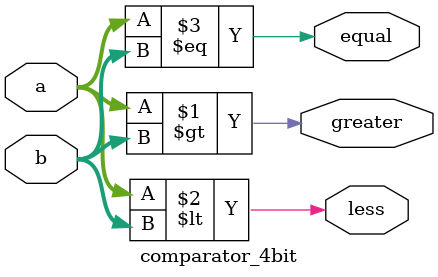
<source format=v>
module comparator_4bit(
    input [3:0] a,
    input [3:0] b,
    output greater,
    output less,
    output equal
    );
    
    assign greater = (a > b);
    assign less    = (a < b);
    assign equal  = (a == b);
    
endmodule

</source>
